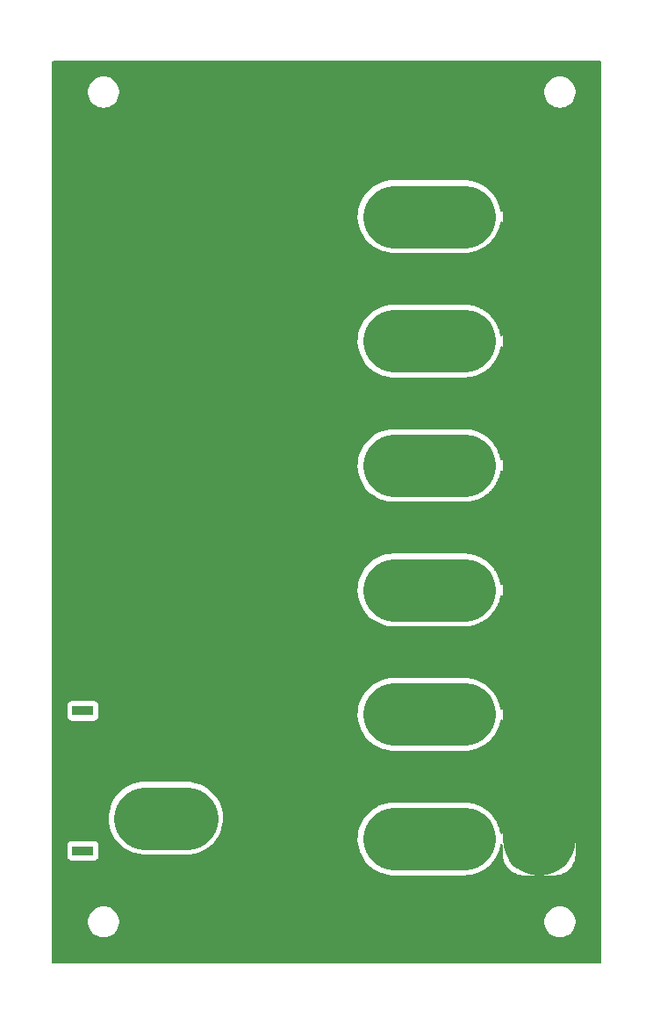
<source format=gbl>
G04 #@! TF.GenerationSoftware,KiCad,Pcbnew,7.0.1*
G04 #@! TF.CreationDate,2023-04-21T09:31:29-07:00*
G04 #@! TF.ProjectId,xt60_array,78743630-5f61-4727-9261-792e6b696361,rev?*
G04 #@! TF.SameCoordinates,Original*
G04 #@! TF.FileFunction,Copper,L2,Bot*
G04 #@! TF.FilePolarity,Positive*
%FSLAX46Y46*%
G04 Gerber Fmt 4.6, Leading zero omitted, Abs format (unit mm)*
G04 Created by KiCad (PCBNEW 7.0.1) date 2023-04-21 09:31:29*
%MOMM*%
%LPD*%
G01*
G04 APERTURE LIST*
G04 Aperture macros list*
%AMRoundRect*
0 Rectangle with rounded corners*
0 $1 Rounding radius*
0 $2 $3 $4 $5 $6 $7 $8 $9 X,Y pos of 4 corners*
0 Add a 4 corners polygon primitive as box body*
4,1,4,$2,$3,$4,$5,$6,$7,$8,$9,$2,$3,0*
0 Add four circle primitives for the rounded corners*
1,1,$1+$1,$2,$3*
1,1,$1+$1,$4,$5*
1,1,$1+$1,$6,$7*
1,1,$1+$1,$8,$9*
0 Add four rect primitives between the rounded corners*
20,1,$1+$1,$2,$3,$4,$5,0*
20,1,$1+$1,$4,$5,$6,$7,0*
20,1,$1+$1,$6,$7,$8,$9,0*
20,1,$1+$1,$8,$9,$2,$3,0*%
G04 Aperture macros list end*
G04 #@! TA.AperFunction,ComponentPad*
%ADD10RoundRect,1.500000X1.500000X1.500000X-1.500000X1.500000X-1.500000X-1.500000X1.500000X-1.500000X0*%
G04 #@! TD*
G04 #@! TA.AperFunction,ComponentPad*
%ADD11C,6.000000*%
G04 #@! TD*
G04 #@! TA.AperFunction,ComponentPad*
%ADD12R,2.000000X0.900000*%
G04 #@! TD*
G04 #@! TA.AperFunction,ComponentPad*
%ADD13RoundRect,1.025000X1.025000X-1.025000X1.025000X1.025000X-1.025000X1.025000X-1.025000X-1.025000X0*%
G04 #@! TD*
G04 #@! TA.AperFunction,ComponentPad*
%ADD14C,4.100000*%
G04 #@! TD*
G04 #@! TA.AperFunction,ViaPad*
%ADD15C,2.000000*%
G04 #@! TD*
G04 #@! TA.AperFunction,ViaPad*
%ADD16C,3.000000*%
G04 #@! TD*
G04 #@! TA.AperFunction,Conductor*
%ADD17C,6.000000*%
G04 #@! TD*
G04 #@! TA.AperFunction,Conductor*
%ADD18C,7.000000*%
G04 #@! TD*
G04 APERTURE END LIST*
D10*
X189000000Y-104000000D03*
D11*
X181800000Y-104000000D03*
D10*
X189000000Y-92000000D03*
D11*
X181800000Y-92000000D03*
D10*
X189000000Y-68000000D03*
D11*
X181800000Y-68000000D03*
D12*
X145000000Y-129150000D03*
X145000000Y-115650000D03*
D13*
X151000000Y-118800000D03*
D14*
X151000000Y-126000000D03*
D10*
X189000000Y-80000000D03*
D11*
X181800000Y-80000000D03*
D10*
X189000000Y-116000000D03*
D11*
X181800000Y-116000000D03*
D10*
X189000000Y-128000000D03*
D11*
X181800000Y-128000000D03*
D15*
X155000000Y-126000000D03*
D16*
X175000000Y-128000000D03*
X175000000Y-68000000D03*
X175000000Y-80000000D03*
X175000000Y-92000000D03*
X175000000Y-104000000D03*
X175000000Y-116000000D03*
D15*
X189000000Y-86000000D03*
X152000000Y-61000000D03*
X151000000Y-99000000D03*
X189000000Y-122000000D03*
X189000000Y-74000000D03*
X151000000Y-89000000D03*
X169000000Y-57000000D03*
X151000000Y-70000000D03*
X178000000Y-57000000D03*
X151000000Y-80000000D03*
X185000000Y-61000000D03*
X160000000Y-57000000D03*
X189000000Y-110000000D03*
X151000000Y-108000000D03*
X189000000Y-98000000D03*
D17*
X151000000Y-126000000D02*
X155000000Y-126000000D01*
X181800000Y-128000000D02*
X175000000Y-128000000D01*
X181800000Y-68000000D02*
X175000000Y-68000000D01*
X181800000Y-80000000D02*
X175000000Y-80000000D01*
X181800000Y-92000000D02*
X175000000Y-92000000D01*
X181800000Y-104000000D02*
X175000000Y-104000000D01*
X181800000Y-116000000D02*
X175000000Y-116000000D01*
D18*
X189000000Y-122000000D02*
X189000000Y-110000000D01*
X189000000Y-128000000D02*
X189000000Y-122000000D01*
X189000000Y-110000000D02*
X189000000Y-98000000D01*
X151000000Y-80000000D02*
X151000000Y-89000000D01*
X189000000Y-86000000D02*
X189000000Y-74000000D01*
X189000000Y-98000000D02*
X189000000Y-86000000D01*
X151000000Y-118800000D02*
X151000000Y-99000000D01*
X151000000Y-89000000D02*
X151000000Y-99000000D01*
X152000000Y-61000000D02*
X151000000Y-62000000D01*
X156000000Y-57000000D02*
X152000000Y-61000000D01*
X151000000Y-70000000D02*
X151000000Y-80000000D01*
X169000000Y-57000000D02*
X160000000Y-57000000D01*
X189000000Y-65000000D02*
X185000000Y-61000000D01*
X185000000Y-61000000D02*
X181000000Y-57000000D01*
X160000000Y-57000000D02*
X156000000Y-57000000D01*
X189000000Y-74000000D02*
X189000000Y-65000000D01*
X181000000Y-57000000D02*
X178000000Y-57000000D01*
X178000000Y-57000000D02*
X169000000Y-57000000D01*
X151000000Y-62000000D02*
X151000000Y-70000000D01*
G04 #@! TA.AperFunction,Conductor*
G36*
X194937500Y-53017113D02*
G01*
X194982887Y-53062500D01*
X194999500Y-53124500D01*
X194999500Y-139875500D01*
X194982887Y-139937500D01*
X194937500Y-139982887D01*
X194875500Y-139999500D01*
X142124500Y-139999500D01*
X142062500Y-139982887D01*
X142017113Y-139937500D01*
X142000500Y-139875500D01*
X142000500Y-136124335D01*
X145499500Y-136124335D01*
X145540429Y-136369614D01*
X145621172Y-136604810D01*
X145739526Y-136823509D01*
X145739529Y-136823514D01*
X145875036Y-136997612D01*
X145892262Y-137019744D01*
X146075215Y-137188164D01*
X146283393Y-137324173D01*
X146511119Y-137424063D01*
X146752179Y-137485108D01*
X146826480Y-137491264D01*
X146937927Y-137500500D01*
X146937933Y-137500500D01*
X147062067Y-137500500D01*
X147062073Y-137500500D01*
X147163387Y-137492104D01*
X147247821Y-137485108D01*
X147488881Y-137424063D01*
X147716607Y-137324173D01*
X147924785Y-137188164D01*
X148107738Y-137019744D01*
X148260474Y-136823509D01*
X148378828Y-136604810D01*
X148459571Y-136369614D01*
X148500500Y-136124335D01*
X189499500Y-136124335D01*
X189540429Y-136369614D01*
X189621172Y-136604810D01*
X189739526Y-136823509D01*
X189739529Y-136823514D01*
X189875036Y-136997612D01*
X189892262Y-137019744D01*
X190075215Y-137188164D01*
X190283393Y-137324173D01*
X190511119Y-137424063D01*
X190752179Y-137485108D01*
X190826480Y-137491264D01*
X190937927Y-137500500D01*
X190937933Y-137500500D01*
X191062067Y-137500500D01*
X191062073Y-137500500D01*
X191163387Y-137492104D01*
X191247821Y-137485108D01*
X191488881Y-137424063D01*
X191716607Y-137324173D01*
X191924785Y-137188164D01*
X192107738Y-137019744D01*
X192260474Y-136823509D01*
X192378828Y-136604810D01*
X192459571Y-136369614D01*
X192500500Y-136124335D01*
X192500500Y-135875665D01*
X192459571Y-135630386D01*
X192378828Y-135395190D01*
X192260474Y-135176491D01*
X192260471Y-135176487D01*
X192260470Y-135176485D01*
X192107740Y-134980259D01*
X192107738Y-134980256D01*
X191924785Y-134811836D01*
X191716607Y-134675827D01*
X191716604Y-134675825D01*
X191591523Y-134620960D01*
X191488881Y-134575937D01*
X191247821Y-134514892D01*
X191247819Y-134514891D01*
X191247816Y-134514891D01*
X191062073Y-134499500D01*
X191062067Y-134499500D01*
X190937933Y-134499500D01*
X190937927Y-134499500D01*
X190752183Y-134514891D01*
X190752179Y-134514891D01*
X190752179Y-134514892D01*
X190511119Y-134575937D01*
X190511116Y-134575938D01*
X190511117Y-134575938D01*
X190283395Y-134675825D01*
X190144607Y-134766499D01*
X190075215Y-134811836D01*
X190075213Y-134811837D01*
X190075214Y-134811837D01*
X189892259Y-134980259D01*
X189739529Y-135176485D01*
X189621170Y-135395194D01*
X189540429Y-135630384D01*
X189540429Y-135630386D01*
X189499500Y-135875665D01*
X189499500Y-136124335D01*
X148500500Y-136124335D01*
X148500500Y-135875665D01*
X148459571Y-135630386D01*
X148378828Y-135395190D01*
X148260474Y-135176491D01*
X148260471Y-135176487D01*
X148260470Y-135176485D01*
X148107740Y-134980259D01*
X148107738Y-134980256D01*
X147924785Y-134811836D01*
X147716607Y-134675827D01*
X147716604Y-134675825D01*
X147591523Y-134620960D01*
X147488881Y-134575937D01*
X147247821Y-134514892D01*
X147247819Y-134514891D01*
X147247816Y-134514891D01*
X147062073Y-134499500D01*
X147062067Y-134499500D01*
X146937933Y-134499500D01*
X146937927Y-134499500D01*
X146752183Y-134514891D01*
X146752179Y-134514891D01*
X146752179Y-134514892D01*
X146511119Y-134575937D01*
X146511116Y-134575938D01*
X146511117Y-134575938D01*
X146283395Y-134675825D01*
X146144607Y-134766499D01*
X146075215Y-134811836D01*
X146075213Y-134811837D01*
X146075214Y-134811837D01*
X145892259Y-134980259D01*
X145739529Y-135176485D01*
X145621170Y-135395194D01*
X145540429Y-135630384D01*
X145540429Y-135630386D01*
X145499500Y-135875665D01*
X145499500Y-136124335D01*
X142000500Y-136124335D01*
X142000500Y-129647869D01*
X143499500Y-129647869D01*
X143504952Y-129698578D01*
X143505909Y-129707483D01*
X143556204Y-129842331D01*
X143642454Y-129957546D01*
X143757669Y-130043796D01*
X143892517Y-130094091D01*
X143952127Y-130100500D01*
X146047872Y-130100499D01*
X146107483Y-130094091D01*
X146242331Y-130043796D01*
X146357546Y-129957546D01*
X146443796Y-129842331D01*
X146494091Y-129707483D01*
X146500500Y-129647873D01*
X146500499Y-128652128D01*
X146494091Y-128592517D01*
X146443796Y-128457669D01*
X146357546Y-128342454D01*
X146242331Y-128256204D01*
X146107483Y-128205909D01*
X146047873Y-128199500D01*
X146047869Y-128199500D01*
X143952130Y-128199500D01*
X143892515Y-128205909D01*
X143757669Y-128256204D01*
X143642454Y-128342454D01*
X143556204Y-128457668D01*
X143505909Y-128592516D01*
X143499500Y-128652130D01*
X143499500Y-129647869D01*
X142000500Y-129647869D01*
X142000500Y-126093317D01*
X147495774Y-126093317D01*
X147525545Y-126465265D01*
X147594684Y-126831941D01*
X147612171Y-126889936D01*
X147702403Y-127189186D01*
X147847490Y-127532967D01*
X148028292Y-127859371D01*
X148242772Y-128164718D01*
X148488481Y-128445522D01*
X148488484Y-128445525D01*
X148595351Y-128544180D01*
X148762659Y-128698632D01*
X149062169Y-128921150D01*
X149062175Y-128921153D01*
X149062177Y-128921155D01*
X149383655Y-129110584D01*
X149383657Y-129110585D01*
X149723449Y-129264770D01*
X149914833Y-129328083D01*
X150077702Y-129381963D01*
X150442408Y-129460838D01*
X150813431Y-129500500D01*
X155093213Y-129500500D01*
X155093218Y-129500500D01*
X155326042Y-129488090D01*
X155372608Y-129485609D01*
X155740995Y-129426256D01*
X156100986Y-129328083D01*
X156448502Y-129192201D01*
X156779606Y-129020150D01*
X157090547Y-128813880D01*
X157377800Y-128575727D01*
X157638113Y-128308391D01*
X157806968Y-128093317D01*
X171495774Y-128093317D01*
X171525545Y-128465265D01*
X171591278Y-128813880D01*
X171594685Y-128831944D01*
X171678702Y-129110584D01*
X171702405Y-129189191D01*
X171734302Y-129264770D01*
X171847490Y-129532967D01*
X172028292Y-129859371D01*
X172242772Y-130164718D01*
X172488481Y-130445522D01*
X172762659Y-130698632D01*
X173062169Y-130921150D01*
X173062175Y-130921153D01*
X173062177Y-130921155D01*
X173383655Y-131110584D01*
X173383657Y-131110585D01*
X173723449Y-131264770D01*
X173914833Y-131328083D01*
X174077702Y-131381963D01*
X174442408Y-131460838D01*
X174813431Y-131500500D01*
X181705086Y-131500500D01*
X181711575Y-131500670D01*
X181715438Y-131500872D01*
X181800000Y-131505304D01*
X181884561Y-131500872D01*
X181888425Y-131500670D01*
X181891576Y-131500587D01*
X181893208Y-131500500D01*
X181893213Y-131500500D01*
X181984132Y-131495654D01*
X182166404Y-131486102D01*
X182166412Y-131486100D01*
X182171062Y-131485857D01*
X182172597Y-131485609D01*
X182172608Y-131485609D01*
X182351871Y-131456726D01*
X182528794Y-131428705D01*
X182528800Y-131428703D01*
X182530349Y-131428458D01*
X182539572Y-131426485D01*
X182540995Y-131426256D01*
X182713134Y-131379311D01*
X182713514Y-131379208D01*
X182883199Y-131333742D01*
X182884665Y-131333178D01*
X182896479Y-131329312D01*
X182898357Y-131328799D01*
X182900986Y-131328083D01*
X183064432Y-131264173D01*
X183064639Y-131264093D01*
X183225736Y-131202255D01*
X183230027Y-131200068D01*
X183241137Y-131195080D01*
X183248502Y-131192201D01*
X183401250Y-131112827D01*
X183401861Y-131112513D01*
X183552652Y-131035682D01*
X183559380Y-131031312D01*
X183569717Y-131025287D01*
X183579606Y-131020150D01*
X183720480Y-130926697D01*
X183721144Y-130926261D01*
X183860366Y-130835851D01*
X183869102Y-130828775D01*
X183878585Y-130821814D01*
X183890547Y-130813880D01*
X184018074Y-130708149D01*
X184019123Y-130707291D01*
X184048515Y-130683489D01*
X184145506Y-130604949D01*
X184155741Y-130594712D01*
X184164268Y-130586944D01*
X184177800Y-130575727D01*
X184291145Y-130459322D01*
X184292233Y-130458221D01*
X184404944Y-130345511D01*
X184404944Y-130345510D01*
X184404949Y-130345506D01*
X184416081Y-130331757D01*
X184423609Y-130323285D01*
X184438113Y-130308391D01*
X184536451Y-130183134D01*
X184537541Y-130181766D01*
X184635851Y-130060366D01*
X184647245Y-130042819D01*
X184653709Y-130033781D01*
X184668534Y-130014899D01*
X184751336Y-129882561D01*
X184752323Y-129881012D01*
X184835682Y-129752652D01*
X184846639Y-129731146D01*
X184851999Y-129721678D01*
X184866454Y-129698578D01*
X184933295Y-129561117D01*
X184934256Y-129559186D01*
X185002255Y-129425736D01*
X185012064Y-129400179D01*
X185016306Y-129390409D01*
X185029630Y-129363011D01*
X185080358Y-129222340D01*
X185081241Y-129219966D01*
X185091899Y-129192201D01*
X185133742Y-129083199D01*
X185141660Y-129053642D01*
X185144785Y-129043684D01*
X185153273Y-129020150D01*
X185156212Y-129012000D01*
X185190960Y-128869762D01*
X185191610Y-128867229D01*
X185228704Y-128728798D01*
X185228705Y-128728794D01*
X185233996Y-128695385D01*
X185236005Y-128685388D01*
X185242482Y-128658879D01*
X185244768Y-128649525D01*
X185253097Y-128587325D01*
X185276136Y-128530275D01*
X185323761Y-128491323D01*
X185384247Y-128480057D01*
X185442702Y-128499251D01*
X185484736Y-128544180D01*
X185500000Y-128603782D01*
X185500000Y-129571435D01*
X185515300Y-129785357D01*
X185576111Y-130064902D01*
X185676088Y-130332952D01*
X185813193Y-130584041D01*
X185984642Y-130813069D01*
X186186930Y-131015357D01*
X186415958Y-131186806D01*
X186667047Y-131323911D01*
X186935097Y-131423888D01*
X187214642Y-131484699D01*
X187428565Y-131500000D01*
X188750000Y-131500000D01*
X188750000Y-128250000D01*
X189250000Y-128250000D01*
X189250000Y-131500000D01*
X190571435Y-131500000D01*
X190785357Y-131484699D01*
X191064902Y-131423888D01*
X191332952Y-131323911D01*
X191584041Y-131186806D01*
X191813069Y-131015357D01*
X192015357Y-130813069D01*
X192186806Y-130584041D01*
X192323911Y-130332952D01*
X192423888Y-130064902D01*
X192484699Y-129785357D01*
X192500000Y-129571435D01*
X192500000Y-128250000D01*
X189250000Y-128250000D01*
X188750000Y-128250000D01*
X188750000Y-124500000D01*
X189250000Y-124500000D01*
X189250000Y-127750000D01*
X192500000Y-127750000D01*
X192500000Y-126428565D01*
X192484699Y-126214642D01*
X192423888Y-125935097D01*
X192323911Y-125667047D01*
X192186806Y-125415958D01*
X192015357Y-125186930D01*
X191813069Y-124984642D01*
X191584041Y-124813193D01*
X191332952Y-124676088D01*
X191064902Y-124576111D01*
X190785357Y-124515300D01*
X190571435Y-124500000D01*
X189250000Y-124500000D01*
X188750000Y-124500000D01*
X187428565Y-124500000D01*
X187214642Y-124515300D01*
X186935097Y-124576111D01*
X186667047Y-124676088D01*
X186415958Y-124813193D01*
X186186930Y-124984642D01*
X185984642Y-125186930D01*
X185813193Y-125415958D01*
X185676088Y-125667047D01*
X185576111Y-125935097D01*
X185515300Y-126214642D01*
X185500000Y-126428565D01*
X185500000Y-127404059D01*
X185485261Y-127462694D01*
X185444548Y-127507390D01*
X185387539Y-127527521D01*
X185327787Y-127518302D01*
X185279496Y-127481924D01*
X185254147Y-127427036D01*
X185249718Y-127403548D01*
X185249108Y-127400030D01*
X185228705Y-127271206D01*
X185216611Y-127226074D01*
X185214540Y-127216984D01*
X185209299Y-127189186D01*
X185205316Y-127168059D01*
X185167702Y-127043317D01*
X185166672Y-127039701D01*
X185133742Y-126916801D01*
X185115851Y-126870193D01*
X185112901Y-126861570D01*
X185109655Y-126850807D01*
X185097595Y-126810809D01*
X185048189Y-126693746D01*
X185046698Y-126690045D01*
X185002255Y-126574264D01*
X184978121Y-126526900D01*
X184974382Y-126518860D01*
X184952510Y-126467033D01*
X184931201Y-126428565D01*
X184892512Y-126358720D01*
X184890497Y-126354929D01*
X184835684Y-126247352D01*
X184835682Y-126247348D01*
X184804990Y-126200087D01*
X184800517Y-126192639D01*
X184792824Y-126178752D01*
X184771706Y-126140626D01*
X184702367Y-126041910D01*
X184699842Y-126038172D01*
X184635853Y-125939636D01*
X184598353Y-125893328D01*
X184593256Y-125886574D01*
X184557231Y-125835287D01*
X184479909Y-125746920D01*
X184476888Y-125743331D01*
X184404949Y-125654494D01*
X184360545Y-125610090D01*
X184354907Y-125604064D01*
X184311518Y-125554477D01*
X184227616Y-125477022D01*
X184224046Y-125473591D01*
X184145508Y-125395053D01*
X184094202Y-125353506D01*
X184088127Y-125348252D01*
X184037343Y-125301370D01*
X183948285Y-125235205D01*
X183944200Y-125232036D01*
X183887498Y-125186120D01*
X183860366Y-125164149D01*
X183860364Y-125164148D01*
X183860362Y-125164146D01*
X183802292Y-125126435D01*
X183795888Y-125121984D01*
X183737823Y-125078845D01*
X183737818Y-125078841D01*
X183644986Y-125024140D01*
X183640402Y-125021303D01*
X183552656Y-124964319D01*
X183502487Y-124938757D01*
X183488080Y-124931416D01*
X183481432Y-124927768D01*
X183416345Y-124889415D01*
X183321186Y-124846235D01*
X183316131Y-124843802D01*
X183225739Y-124797746D01*
X183155077Y-124770621D01*
X183148277Y-124767776D01*
X183076550Y-124735229D01*
X182980384Y-124703416D01*
X182974893Y-124701455D01*
X182883197Y-124666256D01*
X182806986Y-124645835D01*
X182800136Y-124643787D01*
X182768130Y-124633199D01*
X182722298Y-124618037D01*
X182722295Y-124618036D01*
X182722294Y-124618036D01*
X182626426Y-124597302D01*
X182620545Y-124595879D01*
X182528791Y-124571293D01*
X182447694Y-124558449D01*
X182440882Y-124557174D01*
X182357591Y-124539161D01*
X182263259Y-124529077D01*
X182257043Y-124528253D01*
X182166407Y-124513898D01*
X182081197Y-124509432D01*
X182074508Y-124508900D01*
X182038257Y-124505025D01*
X181986569Y-124499500D01*
X181986567Y-124499500D01*
X181894914Y-124499500D01*
X181888425Y-124499330D01*
X181800000Y-124494696D01*
X181711575Y-124499330D01*
X181705086Y-124499500D01*
X174906782Y-124499500D01*
X174627392Y-124514390D01*
X174259005Y-124573743D01*
X173899017Y-124671916D01*
X173551500Y-124807798D01*
X173551498Y-124807798D01*
X173551498Y-124807799D01*
X173220394Y-124979850D01*
X173220391Y-124979851D01*
X173220389Y-124979853D01*
X172909454Y-125186118D01*
X172622199Y-125424274D01*
X172361884Y-125691611D01*
X172131466Y-125985099D01*
X171933547Y-126301418D01*
X171770368Y-126636990D01*
X171643787Y-126988000D01*
X171555232Y-127350473D01*
X171530558Y-127534735D01*
X171505707Y-127720312D01*
X171495774Y-128093317D01*
X157806968Y-128093317D01*
X157868534Y-128014899D01*
X158066454Y-127698578D01*
X158229630Y-127363011D01*
X158234151Y-127350476D01*
X158299934Y-127168059D01*
X158356212Y-127012000D01*
X158444768Y-126649524D01*
X158494293Y-126279688D01*
X158504226Y-125906683D01*
X158474455Y-125534735D01*
X158405316Y-125168059D01*
X158297595Y-124810809D01*
X158152510Y-124467033D01*
X157971706Y-124140626D01*
X157757231Y-123835287D01*
X157757227Y-123835281D01*
X157511518Y-123554477D01*
X157237340Y-123301367D01*
X156937830Y-123078849D01*
X156616342Y-122889414D01*
X156276550Y-122735229D01*
X155922300Y-122618037D01*
X155557595Y-122539162D01*
X155398582Y-122522164D01*
X155186569Y-122499500D01*
X150906787Y-122499500D01*
X150906782Y-122499500D01*
X150627392Y-122514390D01*
X150259005Y-122573743D01*
X149899017Y-122671916D01*
X149551500Y-122807798D01*
X149551498Y-122807798D01*
X149551498Y-122807799D01*
X149220394Y-122979850D01*
X149220391Y-122979851D01*
X149220389Y-122979853D01*
X148909454Y-123186118D01*
X148622199Y-123424274D01*
X148361884Y-123691611D01*
X148131466Y-123985099D01*
X147933547Y-124301418D01*
X147770368Y-124636990D01*
X147643787Y-124988000D01*
X147555232Y-125350473D01*
X147505707Y-125720312D01*
X147497192Y-126040084D01*
X147495774Y-126093317D01*
X142000500Y-126093317D01*
X142000500Y-119050000D01*
X148450000Y-119050000D01*
X148450000Y-119895267D01*
X148460216Y-120039963D01*
X148514313Y-120280167D01*
X148606243Y-120508582D01*
X148733624Y-120719295D01*
X148893153Y-120906846D01*
X149080704Y-121066375D01*
X149291417Y-121193756D01*
X149519832Y-121285686D01*
X149760036Y-121339783D01*
X149904733Y-121350000D01*
X150750000Y-121350000D01*
X150750000Y-119050000D01*
X151250000Y-119050000D01*
X151250000Y-121350000D01*
X152095267Y-121350000D01*
X152239963Y-121339783D01*
X152480167Y-121285686D01*
X152708582Y-121193756D01*
X152919295Y-121066375D01*
X153106846Y-120906846D01*
X153266375Y-120719295D01*
X153393756Y-120508582D01*
X153485686Y-120280167D01*
X153539783Y-120039963D01*
X153550000Y-119895267D01*
X153550000Y-119050000D01*
X151250000Y-119050000D01*
X150750000Y-119050000D01*
X148450000Y-119050000D01*
X142000500Y-119050000D01*
X142000500Y-118550000D01*
X148450000Y-118550000D01*
X150750000Y-118550000D01*
X150750000Y-116250000D01*
X151250000Y-116250000D01*
X151250000Y-118550000D01*
X153550000Y-118550000D01*
X153550000Y-117704733D01*
X153539783Y-117560036D01*
X153485686Y-117319832D01*
X153393756Y-117091417D01*
X153266375Y-116880704D01*
X153106846Y-116693153D01*
X152919295Y-116533624D01*
X152708582Y-116406243D01*
X152480167Y-116314313D01*
X152239963Y-116260216D01*
X152095267Y-116250000D01*
X151250000Y-116250000D01*
X150750000Y-116250000D01*
X149904733Y-116250000D01*
X149760036Y-116260216D01*
X149519832Y-116314313D01*
X149291417Y-116406243D01*
X149080704Y-116533624D01*
X148893153Y-116693153D01*
X148733624Y-116880704D01*
X148606243Y-117091417D01*
X148514313Y-117319832D01*
X148460216Y-117560036D01*
X148450000Y-117704733D01*
X148450000Y-118550000D01*
X142000500Y-118550000D01*
X142000500Y-116147869D01*
X143499500Y-116147869D01*
X143505909Y-116207483D01*
X143556204Y-116342331D01*
X143642454Y-116457546D01*
X143757669Y-116543796D01*
X143892517Y-116594091D01*
X143952127Y-116600500D01*
X146047872Y-116600499D01*
X146107483Y-116594091D01*
X146242331Y-116543796D01*
X146357546Y-116457546D01*
X146443796Y-116342331D01*
X146494091Y-116207483D01*
X146500500Y-116147873D01*
X146500500Y-116093317D01*
X171495774Y-116093317D01*
X171525545Y-116465265D01*
X171560288Y-116649525D01*
X171594685Y-116831944D01*
X171702403Y-117189186D01*
X171847490Y-117532967D01*
X172028292Y-117859371D01*
X172242772Y-118164718D01*
X172488481Y-118445522D01*
X172762659Y-118698632D01*
X173062169Y-118921150D01*
X173062175Y-118921153D01*
X173062177Y-118921155D01*
X173280839Y-119050000D01*
X173383657Y-119110585D01*
X173723449Y-119264770D01*
X173914833Y-119328083D01*
X174077702Y-119381963D01*
X174442408Y-119460838D01*
X174813431Y-119500500D01*
X181705086Y-119500500D01*
X181711575Y-119500670D01*
X181715438Y-119500872D01*
X181800000Y-119505304D01*
X181884561Y-119500872D01*
X181888425Y-119500670D01*
X181891576Y-119500587D01*
X181893208Y-119500500D01*
X181893213Y-119500500D01*
X181984132Y-119495654D01*
X182166404Y-119486102D01*
X182166412Y-119486100D01*
X182171062Y-119485857D01*
X182172597Y-119485609D01*
X182172608Y-119485609D01*
X182351871Y-119456726D01*
X182528794Y-119428705D01*
X182528800Y-119428703D01*
X182530349Y-119428458D01*
X182539572Y-119426485D01*
X182540995Y-119426256D01*
X182713134Y-119379311D01*
X182713514Y-119379208D01*
X182883199Y-119333742D01*
X182884665Y-119333178D01*
X182896479Y-119329312D01*
X182898357Y-119328799D01*
X182900986Y-119328083D01*
X183064432Y-119264173D01*
X183064639Y-119264093D01*
X183225736Y-119202255D01*
X183230027Y-119200068D01*
X183241137Y-119195080D01*
X183248502Y-119192201D01*
X183401250Y-119112827D01*
X183401861Y-119112513D01*
X183552652Y-119035682D01*
X183559380Y-119031312D01*
X183569717Y-119025287D01*
X183579606Y-119020150D01*
X183720480Y-118926697D01*
X183721144Y-118926261D01*
X183860366Y-118835851D01*
X183869102Y-118828775D01*
X183878585Y-118821814D01*
X183890547Y-118813880D01*
X184018074Y-118708149D01*
X184019123Y-118707291D01*
X184048515Y-118683489D01*
X184145506Y-118604949D01*
X184155741Y-118594712D01*
X184164268Y-118586944D01*
X184177800Y-118575727D01*
X184291145Y-118459322D01*
X184292233Y-118458221D01*
X184404944Y-118345511D01*
X184404944Y-118345510D01*
X184404949Y-118345506D01*
X184416081Y-118331757D01*
X184423609Y-118323285D01*
X184438113Y-118308391D01*
X184536451Y-118183134D01*
X184537541Y-118181766D01*
X184635851Y-118060366D01*
X184647245Y-118042819D01*
X184653709Y-118033781D01*
X184668534Y-118014899D01*
X184751336Y-117882561D01*
X184752323Y-117881012D01*
X184835682Y-117752652D01*
X184846639Y-117731146D01*
X184851999Y-117721678D01*
X184866454Y-117698578D01*
X184933295Y-117561117D01*
X184934256Y-117559186D01*
X185002255Y-117425736D01*
X185012064Y-117400179D01*
X185016306Y-117390409D01*
X185029630Y-117363011D01*
X185080358Y-117222340D01*
X185081241Y-117219966D01*
X185133742Y-117083199D01*
X185141660Y-117053642D01*
X185144785Y-117043684D01*
X185156211Y-117012002D01*
X185156212Y-117012000D01*
X185190960Y-116869762D01*
X185191610Y-116867229D01*
X185228704Y-116728798D01*
X185228705Y-116728794D01*
X185233996Y-116695385D01*
X185236005Y-116685388D01*
X185244768Y-116649524D01*
X185253096Y-116587325D01*
X185276136Y-116530275D01*
X185323761Y-116491323D01*
X185384247Y-116480057D01*
X185442702Y-116499251D01*
X185484736Y-116544180D01*
X185500000Y-116603782D01*
X185500000Y-117571435D01*
X185515300Y-117785357D01*
X185576111Y-118064902D01*
X185676088Y-118332952D01*
X185813193Y-118584041D01*
X185984642Y-118813069D01*
X186186930Y-119015357D01*
X186415958Y-119186806D01*
X186667047Y-119323911D01*
X186935097Y-119423888D01*
X187214642Y-119484699D01*
X187428565Y-119500000D01*
X188750000Y-119500000D01*
X188750000Y-116250000D01*
X189250000Y-116250000D01*
X189250000Y-119500000D01*
X190571435Y-119500000D01*
X190785357Y-119484699D01*
X191064902Y-119423888D01*
X191332952Y-119323911D01*
X191584041Y-119186806D01*
X191813069Y-119015357D01*
X192015357Y-118813069D01*
X192186806Y-118584041D01*
X192323911Y-118332952D01*
X192423888Y-118064902D01*
X192484699Y-117785357D01*
X192500000Y-117571435D01*
X192500000Y-116250000D01*
X189250000Y-116250000D01*
X188750000Y-116250000D01*
X188750000Y-112500000D01*
X189250000Y-112500000D01*
X189250000Y-115750000D01*
X192500000Y-115750000D01*
X192500000Y-114428565D01*
X192484699Y-114214642D01*
X192423888Y-113935097D01*
X192323911Y-113667047D01*
X192186806Y-113415958D01*
X192015357Y-113186930D01*
X191813069Y-112984642D01*
X191584041Y-112813193D01*
X191332952Y-112676088D01*
X191064902Y-112576111D01*
X190785357Y-112515300D01*
X190571435Y-112500000D01*
X189250000Y-112500000D01*
X188750000Y-112500000D01*
X187428565Y-112500000D01*
X187214642Y-112515300D01*
X186935097Y-112576111D01*
X186667047Y-112676088D01*
X186415958Y-112813193D01*
X186186930Y-112984642D01*
X185984642Y-113186930D01*
X185813193Y-113415958D01*
X185676088Y-113667047D01*
X185576111Y-113935097D01*
X185515300Y-114214642D01*
X185500000Y-114428565D01*
X185500000Y-115404059D01*
X185485261Y-115462694D01*
X185444548Y-115507390D01*
X185387539Y-115527521D01*
X185327787Y-115518302D01*
X185279496Y-115481924D01*
X185254147Y-115427036D01*
X185249718Y-115403548D01*
X185249108Y-115400030D01*
X185228705Y-115271206D01*
X185216611Y-115226074D01*
X185214540Y-115216984D01*
X185205316Y-115168059D01*
X185167702Y-115043317D01*
X185166672Y-115039701D01*
X185133742Y-114916801D01*
X185115851Y-114870193D01*
X185112901Y-114861570D01*
X185107137Y-114842454D01*
X185097595Y-114810809D01*
X185048189Y-114693746D01*
X185046698Y-114690045D01*
X185002255Y-114574264D01*
X184978121Y-114526900D01*
X184974382Y-114518860D01*
X184952510Y-114467033D01*
X184931201Y-114428565D01*
X184892512Y-114358720D01*
X184890497Y-114354929D01*
X184835684Y-114247352D01*
X184835682Y-114247348D01*
X184804990Y-114200087D01*
X184800517Y-114192639D01*
X184792824Y-114178752D01*
X184771706Y-114140626D01*
X184702367Y-114041910D01*
X184699842Y-114038172D01*
X184635853Y-113939636D01*
X184598353Y-113893328D01*
X184593256Y-113886574D01*
X184557231Y-113835287D01*
X184479909Y-113746920D01*
X184476888Y-113743331D01*
X184415114Y-113667047D01*
X184404949Y-113654494D01*
X184360545Y-113610090D01*
X184354907Y-113604064D01*
X184311518Y-113554477D01*
X184227616Y-113477022D01*
X184224046Y-113473591D01*
X184145508Y-113395053D01*
X184094202Y-113353506D01*
X184088127Y-113348252D01*
X184037343Y-113301370D01*
X183948285Y-113235205D01*
X183944200Y-113232036D01*
X183887498Y-113186120D01*
X183860366Y-113164149D01*
X183860364Y-113164148D01*
X183860362Y-113164146D01*
X183802292Y-113126435D01*
X183795888Y-113121984D01*
X183737823Y-113078845D01*
X183737818Y-113078841D01*
X183644986Y-113024140D01*
X183640402Y-113021303D01*
X183552656Y-112964319D01*
X183502487Y-112938757D01*
X183488080Y-112931416D01*
X183481432Y-112927768D01*
X183416345Y-112889415D01*
X183321186Y-112846235D01*
X183316131Y-112843802D01*
X183225739Y-112797746D01*
X183155077Y-112770621D01*
X183148277Y-112767776D01*
X183076550Y-112735229D01*
X182980384Y-112703416D01*
X182974893Y-112701455D01*
X182883197Y-112666256D01*
X182806986Y-112645835D01*
X182800136Y-112643787D01*
X182768130Y-112633199D01*
X182722298Y-112618037D01*
X182722295Y-112618036D01*
X182722294Y-112618036D01*
X182626426Y-112597302D01*
X182620545Y-112595879D01*
X182528791Y-112571293D01*
X182447694Y-112558449D01*
X182440882Y-112557174D01*
X182357591Y-112539161D01*
X182263259Y-112529077D01*
X182257043Y-112528253D01*
X182166407Y-112513898D01*
X182081197Y-112509432D01*
X182074508Y-112508900D01*
X182038257Y-112505025D01*
X181986569Y-112499500D01*
X181986567Y-112499500D01*
X181894914Y-112499500D01*
X181888425Y-112499330D01*
X181800000Y-112494696D01*
X181711575Y-112499330D01*
X181705086Y-112499500D01*
X174906782Y-112499500D01*
X174627392Y-112514390D01*
X174259005Y-112573743D01*
X173899017Y-112671916D01*
X173551500Y-112807798D01*
X173551498Y-112807798D01*
X173551498Y-112807799D01*
X173220394Y-112979850D01*
X173220391Y-112979851D01*
X173220389Y-112979853D01*
X172909454Y-113186118D01*
X172622199Y-113424274D01*
X172361884Y-113691611D01*
X172131466Y-113985099D01*
X171933547Y-114301418D01*
X171770368Y-114636990D01*
X171643787Y-114988000D01*
X171555232Y-115350473D01*
X171532758Y-115518302D01*
X171505707Y-115720312D01*
X171495774Y-116093317D01*
X146500500Y-116093317D01*
X146500499Y-115152128D01*
X146494091Y-115092517D01*
X146443796Y-114957669D01*
X146357546Y-114842454D01*
X146242331Y-114756204D01*
X146107483Y-114705909D01*
X146047873Y-114699500D01*
X146047869Y-114699500D01*
X143952130Y-114699500D01*
X143892515Y-114705909D01*
X143757669Y-114756204D01*
X143642454Y-114842454D01*
X143556204Y-114957668D01*
X143505909Y-115092516D01*
X143499500Y-115152130D01*
X143499500Y-116147869D01*
X142000500Y-116147869D01*
X142000500Y-104093317D01*
X171495774Y-104093317D01*
X171525545Y-104465265D01*
X171560288Y-104649525D01*
X171594685Y-104831944D01*
X171702403Y-105189186D01*
X171847490Y-105532967D01*
X172028292Y-105859371D01*
X172242772Y-106164718D01*
X172488481Y-106445522D01*
X172762659Y-106698632D01*
X173062169Y-106921150D01*
X173062175Y-106921153D01*
X173062177Y-106921155D01*
X173383655Y-107110584D01*
X173383657Y-107110585D01*
X173723449Y-107264770D01*
X173914833Y-107328083D01*
X174077702Y-107381963D01*
X174442408Y-107460838D01*
X174813431Y-107500500D01*
X181705086Y-107500500D01*
X181711575Y-107500670D01*
X181715438Y-107500872D01*
X181800000Y-107505304D01*
X181884561Y-107500872D01*
X181888425Y-107500670D01*
X181891576Y-107500587D01*
X181893208Y-107500500D01*
X181893213Y-107500500D01*
X181984132Y-107495654D01*
X182166404Y-107486102D01*
X182166412Y-107486100D01*
X182171062Y-107485857D01*
X182172597Y-107485609D01*
X182172608Y-107485609D01*
X182351871Y-107456726D01*
X182528794Y-107428705D01*
X182528800Y-107428703D01*
X182530349Y-107428458D01*
X182539572Y-107426485D01*
X182540995Y-107426256D01*
X182713134Y-107379311D01*
X182713514Y-107379208D01*
X182883199Y-107333742D01*
X182884665Y-107333178D01*
X182896479Y-107329312D01*
X182898357Y-107328799D01*
X182900986Y-107328083D01*
X183064432Y-107264173D01*
X183064639Y-107264093D01*
X183225736Y-107202255D01*
X183230027Y-107200068D01*
X183241137Y-107195080D01*
X183248502Y-107192201D01*
X183401250Y-107112827D01*
X183401861Y-107112513D01*
X183552652Y-107035682D01*
X183559380Y-107031312D01*
X183569717Y-107025287D01*
X183579606Y-107020150D01*
X183720480Y-106926697D01*
X183721144Y-106926261D01*
X183860366Y-106835851D01*
X183869102Y-106828775D01*
X183878585Y-106821814D01*
X183890547Y-106813880D01*
X184018074Y-106708149D01*
X184019123Y-106707291D01*
X184048515Y-106683489D01*
X184145506Y-106604949D01*
X184155741Y-106594712D01*
X184164268Y-106586944D01*
X184177800Y-106575727D01*
X184291145Y-106459322D01*
X184292233Y-106458221D01*
X184404944Y-106345511D01*
X184404944Y-106345510D01*
X184404949Y-106345506D01*
X184416081Y-106331757D01*
X184423609Y-106323285D01*
X184438113Y-106308391D01*
X184536451Y-106183134D01*
X184537541Y-106181766D01*
X184635851Y-106060366D01*
X184647245Y-106042819D01*
X184653709Y-106033781D01*
X184668534Y-106014899D01*
X184751336Y-105882561D01*
X184752323Y-105881012D01*
X184835682Y-105752652D01*
X184846639Y-105731146D01*
X184851999Y-105721678D01*
X184866454Y-105698578D01*
X184933295Y-105561117D01*
X184934256Y-105559186D01*
X185002255Y-105425736D01*
X185012064Y-105400179D01*
X185016306Y-105390409D01*
X185029630Y-105363011D01*
X185080358Y-105222340D01*
X185081241Y-105219966D01*
X185133742Y-105083199D01*
X185141660Y-105053642D01*
X185144785Y-105043684D01*
X185156211Y-105012002D01*
X185156212Y-105012000D01*
X185190960Y-104869762D01*
X185191610Y-104867229D01*
X185228704Y-104728798D01*
X185228705Y-104728794D01*
X185233996Y-104695385D01*
X185236005Y-104685388D01*
X185244768Y-104649524D01*
X185253096Y-104587325D01*
X185276136Y-104530275D01*
X185323761Y-104491323D01*
X185384247Y-104480057D01*
X185442702Y-104499251D01*
X185484736Y-104544180D01*
X185500000Y-104603782D01*
X185500000Y-105571435D01*
X185515300Y-105785357D01*
X185576111Y-106064902D01*
X185676088Y-106332952D01*
X185813193Y-106584041D01*
X185984642Y-106813069D01*
X186186930Y-107015357D01*
X186415958Y-107186806D01*
X186667047Y-107323911D01*
X186935097Y-107423888D01*
X187214642Y-107484699D01*
X187428565Y-107500000D01*
X188750000Y-107500000D01*
X188750000Y-104250000D01*
X189250000Y-104250000D01*
X189250000Y-107500000D01*
X190571435Y-107500000D01*
X190785357Y-107484699D01*
X191064902Y-107423888D01*
X191332952Y-107323911D01*
X191584041Y-107186806D01*
X191813069Y-107015357D01*
X192015357Y-106813069D01*
X192186806Y-106584041D01*
X192323911Y-106332952D01*
X192423888Y-106064902D01*
X192484699Y-105785357D01*
X192500000Y-105571435D01*
X192500000Y-104250000D01*
X189250000Y-104250000D01*
X188750000Y-104250000D01*
X188750000Y-100500000D01*
X189250000Y-100500000D01*
X189250000Y-103750000D01*
X192500000Y-103750000D01*
X192500000Y-102428565D01*
X192484699Y-102214642D01*
X192423888Y-101935097D01*
X192323911Y-101667047D01*
X192186806Y-101415958D01*
X192015357Y-101186930D01*
X191813069Y-100984642D01*
X191584041Y-100813193D01*
X191332952Y-100676088D01*
X191064902Y-100576111D01*
X190785357Y-100515300D01*
X190571435Y-100500000D01*
X189250000Y-100500000D01*
X188750000Y-100500000D01*
X187428565Y-100500000D01*
X187214642Y-100515300D01*
X186935097Y-100576111D01*
X186667047Y-100676088D01*
X186415958Y-100813193D01*
X186186930Y-100984642D01*
X185984642Y-101186930D01*
X185813193Y-101415958D01*
X185676088Y-101667047D01*
X185576111Y-101935097D01*
X185515300Y-102214642D01*
X185500000Y-102428565D01*
X185500000Y-103404059D01*
X185485261Y-103462694D01*
X185444548Y-103507390D01*
X185387539Y-103527521D01*
X185327787Y-103518302D01*
X185279496Y-103481924D01*
X185254147Y-103427036D01*
X185249718Y-103403548D01*
X185249108Y-103400030D01*
X185228705Y-103271206D01*
X185216611Y-103226074D01*
X185214540Y-103216984D01*
X185205316Y-103168059D01*
X185167702Y-103043317D01*
X185166672Y-103039701D01*
X185133742Y-102916801D01*
X185115851Y-102870193D01*
X185112901Y-102861570D01*
X185109655Y-102850807D01*
X185097595Y-102810809D01*
X185048189Y-102693746D01*
X185046698Y-102690045D01*
X185002255Y-102574264D01*
X184978121Y-102526900D01*
X184974382Y-102518860D01*
X184952510Y-102467033D01*
X184931201Y-102428565D01*
X184892512Y-102358720D01*
X184890497Y-102354929D01*
X184835684Y-102247352D01*
X184835682Y-102247348D01*
X184804990Y-102200087D01*
X184800517Y-102192639D01*
X184792824Y-102178752D01*
X184771706Y-102140626D01*
X184702367Y-102041910D01*
X184699842Y-102038172D01*
X184635853Y-101939636D01*
X184598353Y-101893328D01*
X184593256Y-101886574D01*
X184557231Y-101835287D01*
X184479909Y-101746920D01*
X184476888Y-101743331D01*
X184415114Y-101667047D01*
X184404949Y-101654494D01*
X184360544Y-101610089D01*
X184354907Y-101604064D01*
X184311518Y-101554477D01*
X184227616Y-101477022D01*
X184224046Y-101473591D01*
X184145508Y-101395053D01*
X184094202Y-101353506D01*
X184088127Y-101348252D01*
X184037343Y-101301370D01*
X183948285Y-101235205D01*
X183944200Y-101232036D01*
X183887498Y-101186120D01*
X183860366Y-101164149D01*
X183860364Y-101164148D01*
X183860362Y-101164146D01*
X183802292Y-101126435D01*
X183795888Y-101121984D01*
X183737823Y-101078845D01*
X183737818Y-101078841D01*
X183644986Y-101024140D01*
X183640402Y-101021303D01*
X183552656Y-100964319D01*
X183502487Y-100938757D01*
X183488080Y-100931416D01*
X183481432Y-100927768D01*
X183416345Y-100889415D01*
X183321186Y-100846235D01*
X183316131Y-100843802D01*
X183225739Y-100797746D01*
X183155077Y-100770621D01*
X183148277Y-100767776D01*
X183076550Y-100735229D01*
X182980384Y-100703416D01*
X182974893Y-100701455D01*
X182883197Y-100666256D01*
X182806986Y-100645835D01*
X182800136Y-100643787D01*
X182768130Y-100633199D01*
X182722298Y-100618037D01*
X182722295Y-100618036D01*
X182722294Y-100618036D01*
X182626426Y-100597302D01*
X182620545Y-100595879D01*
X182528791Y-100571293D01*
X182447694Y-100558449D01*
X182440882Y-100557174D01*
X182357591Y-100539161D01*
X182263259Y-100529077D01*
X182257043Y-100528253D01*
X182166407Y-100513898D01*
X182081197Y-100509432D01*
X182074508Y-100508900D01*
X182038257Y-100505025D01*
X181986569Y-100499500D01*
X181986567Y-100499500D01*
X181894914Y-100499500D01*
X181888425Y-100499330D01*
X181800000Y-100494696D01*
X181711575Y-100499330D01*
X181705086Y-100499500D01*
X174906782Y-100499500D01*
X174627392Y-100514390D01*
X174259005Y-100573743D01*
X173899017Y-100671916D01*
X173551500Y-100807798D01*
X173551498Y-100807798D01*
X173551498Y-100807799D01*
X173220394Y-100979850D01*
X173220391Y-100979851D01*
X173220389Y-100979853D01*
X172909454Y-101186118D01*
X172622199Y-101424274D01*
X172361884Y-101691611D01*
X172131466Y-101985099D01*
X171933547Y-102301418D01*
X171770368Y-102636990D01*
X171643787Y-102988000D01*
X171555232Y-103350473D01*
X171532758Y-103518302D01*
X171505707Y-103720312D01*
X171495774Y-104093317D01*
X142000500Y-104093317D01*
X142000500Y-92093317D01*
X171495774Y-92093317D01*
X171525545Y-92465265D01*
X171560288Y-92649525D01*
X171594685Y-92831944D01*
X171702403Y-93189186D01*
X171847490Y-93532967D01*
X172028292Y-93859371D01*
X172242772Y-94164718D01*
X172488481Y-94445522D01*
X172762659Y-94698632D01*
X173062169Y-94921150D01*
X173062175Y-94921153D01*
X173062177Y-94921155D01*
X173383655Y-95110584D01*
X173383657Y-95110585D01*
X173723449Y-95264770D01*
X173914833Y-95328083D01*
X174077702Y-95381963D01*
X174442408Y-95460838D01*
X174813431Y-95500500D01*
X181705086Y-95500500D01*
X181711575Y-95500670D01*
X181715438Y-95500872D01*
X181800000Y-95505304D01*
X181884561Y-95500872D01*
X181888425Y-95500670D01*
X181891576Y-95500587D01*
X181893208Y-95500500D01*
X181893213Y-95500500D01*
X181984132Y-95495654D01*
X182166404Y-95486102D01*
X182166412Y-95486100D01*
X182171062Y-95485857D01*
X182172597Y-95485609D01*
X182172608Y-95485609D01*
X182351871Y-95456726D01*
X182528794Y-95428705D01*
X182528800Y-95428703D01*
X182530349Y-95428458D01*
X182539572Y-95426485D01*
X182540995Y-95426256D01*
X182713134Y-95379311D01*
X182713514Y-95379208D01*
X182883199Y-95333742D01*
X182884665Y-95333178D01*
X182896479Y-95329312D01*
X182898357Y-95328799D01*
X182900986Y-95328083D01*
X183064432Y-95264173D01*
X183064639Y-95264093D01*
X183225736Y-95202255D01*
X183230027Y-95200068D01*
X183241137Y-95195080D01*
X183248502Y-95192201D01*
X183401250Y-95112827D01*
X183401861Y-95112513D01*
X183552652Y-95035682D01*
X183559380Y-95031312D01*
X183569717Y-95025287D01*
X183579606Y-95020150D01*
X183720480Y-94926697D01*
X183721144Y-94926261D01*
X183860366Y-94835851D01*
X183869102Y-94828775D01*
X183878585Y-94821814D01*
X183890547Y-94813880D01*
X184018074Y-94708149D01*
X184019123Y-94707291D01*
X184048515Y-94683489D01*
X184145506Y-94604949D01*
X184155741Y-94594712D01*
X184164268Y-94586944D01*
X184177800Y-94575727D01*
X184291145Y-94459322D01*
X184292233Y-94458221D01*
X184404944Y-94345511D01*
X184404944Y-94345510D01*
X184404949Y-94345506D01*
X184416081Y-94331757D01*
X184423609Y-94323285D01*
X184438113Y-94308391D01*
X184536451Y-94183134D01*
X184537541Y-94181766D01*
X184635851Y-94060366D01*
X184647245Y-94042819D01*
X184653709Y-94033781D01*
X184668534Y-94014899D01*
X184751336Y-93882561D01*
X184752323Y-93881012D01*
X184835682Y-93752652D01*
X184846639Y-93731146D01*
X184851999Y-93721678D01*
X184866454Y-93698578D01*
X184933295Y-93561117D01*
X184934256Y-93559186D01*
X185002255Y-93425736D01*
X185012064Y-93400179D01*
X185016306Y-93390409D01*
X185029630Y-93363011D01*
X185080358Y-93222340D01*
X185081241Y-93219966D01*
X185133742Y-93083199D01*
X185141660Y-93053642D01*
X185144785Y-93043684D01*
X185156211Y-93012002D01*
X185156212Y-93012000D01*
X185190960Y-92869762D01*
X185191610Y-92867229D01*
X185228704Y-92728798D01*
X185228705Y-92728794D01*
X185233996Y-92695385D01*
X185236005Y-92685388D01*
X185244768Y-92649524D01*
X185253096Y-92587325D01*
X185276136Y-92530275D01*
X185323761Y-92491323D01*
X185384247Y-92480057D01*
X185442702Y-92499251D01*
X185484736Y-92544180D01*
X185500000Y-92603782D01*
X185500000Y-93571435D01*
X185515300Y-93785357D01*
X185576111Y-94064902D01*
X185676088Y-94332952D01*
X185813193Y-94584041D01*
X185984642Y-94813069D01*
X186186930Y-95015357D01*
X186415958Y-95186806D01*
X186667047Y-95323911D01*
X186935097Y-95423888D01*
X187214642Y-95484699D01*
X187428565Y-95500000D01*
X188750000Y-95500000D01*
X188750000Y-92250000D01*
X189250000Y-92250000D01*
X189250000Y-95500000D01*
X190571435Y-95500000D01*
X190785357Y-95484699D01*
X191064902Y-95423888D01*
X191332952Y-95323911D01*
X191584041Y-95186806D01*
X191813069Y-95015357D01*
X192015357Y-94813069D01*
X192186806Y-94584041D01*
X192323911Y-94332952D01*
X192423888Y-94064902D01*
X192484699Y-93785357D01*
X192500000Y-93571435D01*
X192500000Y-92250000D01*
X189250000Y-92250000D01*
X188750000Y-92250000D01*
X188750000Y-88500000D01*
X189250000Y-88500000D01*
X189250000Y-91750000D01*
X192500000Y-91750000D01*
X192500000Y-90428565D01*
X192484699Y-90214642D01*
X192423888Y-89935097D01*
X192323911Y-89667047D01*
X192186806Y-89415958D01*
X192015357Y-89186930D01*
X191813069Y-88984642D01*
X191584041Y-88813193D01*
X191332952Y-88676088D01*
X191064902Y-88576111D01*
X190785357Y-88515300D01*
X190571435Y-88500000D01*
X189250000Y-88500000D01*
X188750000Y-88500000D01*
X187428565Y-88500000D01*
X187214642Y-88515300D01*
X186935097Y-88576111D01*
X186667047Y-88676088D01*
X186415958Y-88813193D01*
X186186930Y-88984642D01*
X185984642Y-89186930D01*
X185813193Y-89415958D01*
X185676088Y-89667047D01*
X185576111Y-89935097D01*
X185515300Y-90214642D01*
X185500000Y-90428565D01*
X185500000Y-91404059D01*
X185485261Y-91462694D01*
X185444548Y-91507390D01*
X185387539Y-91527521D01*
X185327787Y-91518302D01*
X185279496Y-91481924D01*
X185254147Y-91427036D01*
X185249718Y-91403548D01*
X185249108Y-91400030D01*
X185228705Y-91271206D01*
X185216611Y-91226074D01*
X185214540Y-91216984D01*
X185205316Y-91168059D01*
X185167702Y-91043317D01*
X185166672Y-91039701D01*
X185133742Y-90916801D01*
X185115851Y-90870193D01*
X185112901Y-90861570D01*
X185109655Y-90850807D01*
X185097595Y-90810809D01*
X185048189Y-90693746D01*
X185046698Y-90690045D01*
X185002255Y-90574264D01*
X184978121Y-90526900D01*
X184974382Y-90518860D01*
X184952510Y-90467033D01*
X184931201Y-90428565D01*
X184892512Y-90358720D01*
X184890497Y-90354929D01*
X184835684Y-90247352D01*
X184835682Y-90247348D01*
X184804990Y-90200087D01*
X184800517Y-90192639D01*
X184792824Y-90178752D01*
X184771706Y-90140626D01*
X184702367Y-90041910D01*
X184699842Y-90038172D01*
X184635853Y-89939636D01*
X184598353Y-89893328D01*
X184593256Y-89886574D01*
X184557231Y-89835287D01*
X184479909Y-89746920D01*
X184476888Y-89743331D01*
X184415114Y-89667047D01*
X184404949Y-89654494D01*
X184360544Y-89610089D01*
X184354907Y-89604064D01*
X184311518Y-89554477D01*
X184227616Y-89477022D01*
X184224046Y-89473591D01*
X184145508Y-89395053D01*
X184094202Y-89353506D01*
X184088127Y-89348252D01*
X184037343Y-89301370D01*
X183948285Y-89235205D01*
X183944200Y-89232036D01*
X183887498Y-89186120D01*
X183860366Y-89164149D01*
X183860364Y-89164148D01*
X183860362Y-89164146D01*
X183802292Y-89126435D01*
X183795888Y-89121984D01*
X183737823Y-89078845D01*
X183737818Y-89078841D01*
X183644986Y-89024140D01*
X183640402Y-89021303D01*
X183552656Y-88964319D01*
X183502487Y-88938757D01*
X183488080Y-88931416D01*
X183481432Y-88927768D01*
X183416345Y-88889415D01*
X183321186Y-88846235D01*
X183316131Y-88843802D01*
X183225739Y-88797746D01*
X183155077Y-88770621D01*
X183148277Y-88767776D01*
X183076550Y-88735229D01*
X182980384Y-88703416D01*
X182974893Y-88701455D01*
X182883197Y-88666256D01*
X182806986Y-88645835D01*
X182800136Y-88643787D01*
X182768130Y-88633199D01*
X182722298Y-88618037D01*
X182722295Y-88618036D01*
X182722294Y-88618036D01*
X182626426Y-88597302D01*
X182620545Y-88595879D01*
X182528791Y-88571293D01*
X182447694Y-88558449D01*
X182440882Y-88557174D01*
X182357591Y-88539161D01*
X182263259Y-88529077D01*
X182257043Y-88528253D01*
X182166407Y-88513898D01*
X182081197Y-88509432D01*
X182074508Y-88508900D01*
X182038257Y-88505025D01*
X181986569Y-88499500D01*
X181986567Y-88499500D01*
X181894914Y-88499500D01*
X181888425Y-88499330D01*
X181800000Y-88494696D01*
X181711575Y-88499330D01*
X181705086Y-88499500D01*
X174906782Y-88499500D01*
X174627392Y-88514390D01*
X174259005Y-88573743D01*
X173899017Y-88671916D01*
X173551500Y-88807798D01*
X173551498Y-88807798D01*
X173551498Y-88807799D01*
X173220394Y-88979850D01*
X173220391Y-88979851D01*
X173220389Y-88979853D01*
X172909454Y-89186118D01*
X172622199Y-89424274D01*
X172361884Y-89691611D01*
X172131466Y-89985099D01*
X171933547Y-90301418D01*
X171770368Y-90636990D01*
X171643787Y-90988000D01*
X171555232Y-91350473D01*
X171532758Y-91518302D01*
X171505707Y-91720312D01*
X171495774Y-92093317D01*
X142000500Y-92093317D01*
X142000500Y-80093317D01*
X171495774Y-80093317D01*
X171525545Y-80465265D01*
X171560288Y-80649525D01*
X171594685Y-80831944D01*
X171702403Y-81189186D01*
X171847490Y-81532967D01*
X172028292Y-81859371D01*
X172242772Y-82164718D01*
X172488481Y-82445522D01*
X172762659Y-82698632D01*
X173062169Y-82921150D01*
X173062175Y-82921153D01*
X173062177Y-82921155D01*
X173383655Y-83110584D01*
X173383657Y-83110585D01*
X173723449Y-83264770D01*
X173914833Y-83328083D01*
X174077702Y-83381963D01*
X174442408Y-83460838D01*
X174813431Y-83500500D01*
X181705086Y-83500500D01*
X181711575Y-83500670D01*
X181715438Y-83500872D01*
X181800000Y-83505304D01*
X181884561Y-83500872D01*
X181888425Y-83500670D01*
X181891576Y-83500587D01*
X181893208Y-83500500D01*
X181893213Y-83500500D01*
X181984132Y-83495654D01*
X182166404Y-83486102D01*
X182166412Y-83486100D01*
X182171062Y-83485857D01*
X182172597Y-83485609D01*
X182172608Y-83485609D01*
X182351871Y-83456726D01*
X182528794Y-83428705D01*
X182528800Y-83428703D01*
X182530349Y-83428458D01*
X182539572Y-83426485D01*
X182540995Y-83426256D01*
X182713134Y-83379311D01*
X182713514Y-83379208D01*
X182883199Y-83333742D01*
X182884665Y-83333178D01*
X182896479Y-83329312D01*
X182898357Y-83328799D01*
X182900986Y-83328083D01*
X183064432Y-83264173D01*
X183064639Y-83264093D01*
X183225736Y-83202255D01*
X183230027Y-83200068D01*
X183241137Y-83195080D01*
X183248502Y-83192201D01*
X183401250Y-83112827D01*
X183401861Y-83112513D01*
X183552652Y-83035682D01*
X183559380Y-83031312D01*
X183569717Y-83025287D01*
X183579606Y-83020150D01*
X183720480Y-82926697D01*
X183721144Y-82926261D01*
X183860366Y-82835851D01*
X183869102Y-82828775D01*
X183878585Y-82821814D01*
X183890547Y-82813880D01*
X184018074Y-82708149D01*
X184019123Y-82707291D01*
X184048515Y-82683489D01*
X184145506Y-82604949D01*
X184155741Y-82594712D01*
X184164268Y-82586944D01*
X184177800Y-82575727D01*
X184291145Y-82459322D01*
X184292233Y-82458221D01*
X184404944Y-82345511D01*
X184404944Y-82345510D01*
X184404949Y-82345506D01*
X184416081Y-82331757D01*
X184423609Y-82323285D01*
X184438113Y-82308391D01*
X184536451Y-82183134D01*
X184537541Y-82181766D01*
X184635851Y-82060366D01*
X184647245Y-82042819D01*
X184653709Y-82033781D01*
X184668534Y-82014899D01*
X184751336Y-81882561D01*
X184752323Y-81881012D01*
X184835682Y-81752652D01*
X184846639Y-81731146D01*
X184851999Y-81721678D01*
X184866454Y-81698578D01*
X184933295Y-81561117D01*
X184934256Y-81559186D01*
X185002255Y-81425736D01*
X185012064Y-81400179D01*
X185016306Y-81390409D01*
X185029630Y-81363011D01*
X185080358Y-81222340D01*
X185081241Y-81219966D01*
X185133742Y-81083199D01*
X185141660Y-81053642D01*
X185144785Y-81043684D01*
X185156211Y-81012002D01*
X185156212Y-81012000D01*
X185190960Y-80869762D01*
X185191610Y-80867229D01*
X185228704Y-80728798D01*
X185228705Y-80728794D01*
X185233996Y-80695385D01*
X185236005Y-80685388D01*
X185244768Y-80649524D01*
X185253096Y-80587325D01*
X185276136Y-80530275D01*
X185323761Y-80491323D01*
X185384247Y-80480057D01*
X185442702Y-80499251D01*
X185484736Y-80544180D01*
X185500000Y-80603782D01*
X185500000Y-81571435D01*
X185515300Y-81785357D01*
X185576111Y-82064902D01*
X185676088Y-82332952D01*
X185813193Y-82584041D01*
X185984642Y-82813069D01*
X186186930Y-83015357D01*
X186415958Y-83186806D01*
X186667047Y-83323911D01*
X186935097Y-83423888D01*
X187214642Y-83484699D01*
X187428565Y-83500000D01*
X188750000Y-83500000D01*
X188750000Y-80250000D01*
X189250000Y-80250000D01*
X189250000Y-83500000D01*
X190571435Y-83500000D01*
X190785357Y-83484699D01*
X191064902Y-83423888D01*
X191332952Y-83323911D01*
X191584041Y-83186806D01*
X191813069Y-83015357D01*
X192015357Y-82813069D01*
X192186806Y-82584041D01*
X192323911Y-82332952D01*
X192423888Y-82064902D01*
X192484699Y-81785357D01*
X192500000Y-81571435D01*
X192500000Y-80250000D01*
X189250000Y-80250000D01*
X188750000Y-80250000D01*
X188750000Y-76500000D01*
X189250000Y-76500000D01*
X189250000Y-79750000D01*
X192500000Y-79750000D01*
X192500000Y-78428565D01*
X192484699Y-78214642D01*
X192423888Y-77935097D01*
X192323911Y-77667047D01*
X192186806Y-77415958D01*
X192015357Y-77186930D01*
X191813069Y-76984642D01*
X191584041Y-76813193D01*
X191332952Y-76676088D01*
X191064902Y-76576111D01*
X190785357Y-76515300D01*
X190571435Y-76500000D01*
X189250000Y-76500000D01*
X188750000Y-76500000D01*
X187428565Y-76500000D01*
X187214642Y-76515300D01*
X186935097Y-76576111D01*
X186667047Y-76676088D01*
X186415958Y-76813193D01*
X186186930Y-76984642D01*
X185984642Y-77186930D01*
X185813193Y-77415958D01*
X185676088Y-77667047D01*
X185576111Y-77935097D01*
X185515300Y-78214642D01*
X185500000Y-78428565D01*
X185500000Y-79404059D01*
X185485261Y-79462694D01*
X185444548Y-79507390D01*
X185387539Y-79527521D01*
X185327787Y-79518302D01*
X185279496Y-79481924D01*
X185254147Y-79427036D01*
X185249718Y-79403548D01*
X185249108Y-79400030D01*
X185228705Y-79271206D01*
X185216611Y-79226074D01*
X185214540Y-79216984D01*
X185205316Y-79168059D01*
X185167702Y-79043317D01*
X185166672Y-79039701D01*
X185133742Y-78916801D01*
X185115851Y-78870193D01*
X185112901Y-78861570D01*
X185109655Y-78850807D01*
X185097595Y-78810809D01*
X185048189Y-78693746D01*
X185046698Y-78690045D01*
X185002255Y-78574264D01*
X184978121Y-78526900D01*
X184974382Y-78518860D01*
X184952510Y-78467033D01*
X184931201Y-78428565D01*
X184892512Y-78358720D01*
X184890497Y-78354929D01*
X184835684Y-78247352D01*
X184835682Y-78247348D01*
X184804990Y-78200087D01*
X184800517Y-78192639D01*
X184792824Y-78178752D01*
X184771706Y-78140626D01*
X184702367Y-78041910D01*
X184699842Y-78038172D01*
X184635853Y-77939636D01*
X184598353Y-77893328D01*
X184593256Y-77886574D01*
X184557231Y-77835287D01*
X184479909Y-77746920D01*
X184476888Y-77743331D01*
X184415114Y-77667047D01*
X184404949Y-77654494D01*
X184360545Y-77610090D01*
X184354907Y-77604064D01*
X184311518Y-77554477D01*
X184227616Y-77477022D01*
X184224046Y-77473591D01*
X184145508Y-77395053D01*
X184094202Y-77353506D01*
X184088127Y-77348252D01*
X184037343Y-77301370D01*
X183948285Y-77235205D01*
X183944200Y-77232036D01*
X183887498Y-77186120D01*
X183860366Y-77164149D01*
X183860364Y-77164148D01*
X183860362Y-77164146D01*
X183802292Y-77126435D01*
X183795888Y-77121984D01*
X183737823Y-77078845D01*
X183737818Y-77078841D01*
X183644986Y-77024140D01*
X183640402Y-77021303D01*
X183552656Y-76964319D01*
X183502487Y-76938757D01*
X183488080Y-76931416D01*
X183481432Y-76927768D01*
X183416345Y-76889415D01*
X183321186Y-76846235D01*
X183316131Y-76843802D01*
X183225739Y-76797746D01*
X183155077Y-76770621D01*
X183148277Y-76767776D01*
X183076550Y-76735229D01*
X182980384Y-76703416D01*
X182974893Y-76701455D01*
X182883197Y-76666256D01*
X182806986Y-76645835D01*
X182800136Y-76643787D01*
X182768130Y-76633199D01*
X182722298Y-76618037D01*
X182722295Y-76618036D01*
X182722294Y-76618036D01*
X182626426Y-76597302D01*
X182620545Y-76595879D01*
X182528791Y-76571293D01*
X182447694Y-76558449D01*
X182440882Y-76557174D01*
X182357591Y-76539161D01*
X182263259Y-76529077D01*
X182257043Y-76528253D01*
X182166407Y-76513898D01*
X182081197Y-76509432D01*
X182074508Y-76508900D01*
X182038257Y-76505025D01*
X181986569Y-76499500D01*
X181986567Y-76499500D01*
X181894914Y-76499500D01*
X181888425Y-76499330D01*
X181800000Y-76494696D01*
X181711575Y-76499330D01*
X181705086Y-76499500D01*
X174906782Y-76499500D01*
X174627392Y-76514390D01*
X174259005Y-76573743D01*
X173899017Y-76671916D01*
X173551500Y-76807798D01*
X173551498Y-76807798D01*
X173551498Y-76807799D01*
X173220394Y-76979850D01*
X173220391Y-76979851D01*
X173220389Y-76979853D01*
X172909454Y-77186118D01*
X172622199Y-77424274D01*
X172361884Y-77691611D01*
X172131466Y-77985099D01*
X171933547Y-78301418D01*
X171770368Y-78636990D01*
X171643787Y-78988000D01*
X171555232Y-79350473D01*
X171532758Y-79518302D01*
X171505707Y-79720312D01*
X171495774Y-80093317D01*
X142000500Y-80093317D01*
X142000500Y-68093317D01*
X171495774Y-68093317D01*
X171525545Y-68465265D01*
X171560288Y-68649525D01*
X171594685Y-68831944D01*
X171702403Y-69189186D01*
X171847490Y-69532967D01*
X172028292Y-69859371D01*
X172242772Y-70164718D01*
X172488481Y-70445522D01*
X172762659Y-70698632D01*
X173062169Y-70921150D01*
X173062175Y-70921153D01*
X173062177Y-70921155D01*
X173383655Y-71110584D01*
X173383657Y-71110585D01*
X173723449Y-71264770D01*
X173914833Y-71328083D01*
X174077702Y-71381963D01*
X174442408Y-71460838D01*
X174813431Y-71500500D01*
X181705086Y-71500500D01*
X181711575Y-71500670D01*
X181715438Y-71500872D01*
X181800000Y-71505304D01*
X181884561Y-71500872D01*
X181888425Y-71500670D01*
X181891576Y-71500587D01*
X181893208Y-71500500D01*
X181893213Y-71500500D01*
X181984132Y-71495654D01*
X182166404Y-71486102D01*
X182166412Y-71486100D01*
X182171062Y-71485857D01*
X182172597Y-71485609D01*
X182172608Y-71485609D01*
X182351871Y-71456726D01*
X182528794Y-71428705D01*
X182528800Y-71428703D01*
X182530349Y-71428458D01*
X182539572Y-71426485D01*
X182540995Y-71426256D01*
X182713134Y-71379311D01*
X182713514Y-71379208D01*
X182883199Y-71333742D01*
X182884665Y-71333178D01*
X182896479Y-71329312D01*
X182898357Y-71328799D01*
X182900986Y-71328083D01*
X183064432Y-71264173D01*
X183064639Y-71264093D01*
X183225736Y-71202255D01*
X183230027Y-71200068D01*
X183241137Y-71195080D01*
X183248502Y-71192201D01*
X183401250Y-71112827D01*
X183401861Y-71112513D01*
X183552652Y-71035682D01*
X183559380Y-71031312D01*
X183569717Y-71025287D01*
X183579606Y-71020150D01*
X183720480Y-70926697D01*
X183721144Y-70926261D01*
X183860366Y-70835851D01*
X183869102Y-70828775D01*
X183878585Y-70821814D01*
X183890547Y-70813880D01*
X184018074Y-70708149D01*
X184019123Y-70707291D01*
X184048515Y-70683489D01*
X184145506Y-70604949D01*
X184155741Y-70594712D01*
X184164268Y-70586944D01*
X184177800Y-70575727D01*
X184291145Y-70459322D01*
X184292233Y-70458221D01*
X184404944Y-70345511D01*
X184404944Y-70345510D01*
X184404949Y-70345506D01*
X184416081Y-70331757D01*
X184423609Y-70323285D01*
X184438113Y-70308391D01*
X184536451Y-70183134D01*
X184537541Y-70181766D01*
X184635851Y-70060366D01*
X184647245Y-70042819D01*
X184653709Y-70033781D01*
X184668534Y-70014899D01*
X184751336Y-69882561D01*
X184752323Y-69881012D01*
X184835682Y-69752652D01*
X184846639Y-69731146D01*
X184851999Y-69721678D01*
X184866454Y-69698578D01*
X184933295Y-69561117D01*
X184934256Y-69559186D01*
X185002255Y-69425736D01*
X185012064Y-69400179D01*
X185016306Y-69390409D01*
X185029630Y-69363011D01*
X185080358Y-69222340D01*
X185081241Y-69219966D01*
X185133742Y-69083199D01*
X185141660Y-69053642D01*
X185144785Y-69043684D01*
X185156211Y-69012002D01*
X185156212Y-69012000D01*
X185190960Y-68869762D01*
X185191610Y-68867229D01*
X185228704Y-68728798D01*
X185228705Y-68728794D01*
X185233996Y-68695385D01*
X185236005Y-68685388D01*
X185244768Y-68649524D01*
X185253096Y-68587325D01*
X185276136Y-68530275D01*
X185323761Y-68491323D01*
X185384247Y-68480057D01*
X185442702Y-68499251D01*
X185484736Y-68544180D01*
X185500000Y-68603782D01*
X185500000Y-69571435D01*
X185515300Y-69785357D01*
X185576111Y-70064902D01*
X185676088Y-70332952D01*
X185813193Y-70584041D01*
X185984642Y-70813069D01*
X186186930Y-71015357D01*
X186415958Y-71186806D01*
X186667047Y-71323911D01*
X186935097Y-71423888D01*
X187214642Y-71484699D01*
X187428565Y-71500000D01*
X188750000Y-71500000D01*
X188750000Y-68250000D01*
X189250000Y-68250000D01*
X189250000Y-71500000D01*
X190571435Y-71500000D01*
X190785357Y-71484699D01*
X191064902Y-71423888D01*
X191332952Y-71323911D01*
X191584041Y-71186806D01*
X191813069Y-71015357D01*
X192015357Y-70813069D01*
X192186806Y-70584041D01*
X192323911Y-70332952D01*
X192423888Y-70064902D01*
X192484699Y-69785357D01*
X192500000Y-69571435D01*
X192500000Y-68250000D01*
X189250000Y-68250000D01*
X188750000Y-68250000D01*
X188750000Y-64500000D01*
X189250000Y-64500000D01*
X189250000Y-67750000D01*
X192500000Y-67750000D01*
X192500000Y-66428565D01*
X192484699Y-66214642D01*
X192423888Y-65935097D01*
X192323911Y-65667047D01*
X192186806Y-65415958D01*
X192015357Y-65186930D01*
X191813069Y-64984642D01*
X191584041Y-64813193D01*
X191332952Y-64676088D01*
X191064902Y-64576111D01*
X190785357Y-64515300D01*
X190571435Y-64500000D01*
X189250000Y-64500000D01*
X188750000Y-64500000D01*
X187428565Y-64500000D01*
X187214642Y-64515300D01*
X186935097Y-64576111D01*
X186667047Y-64676088D01*
X186415958Y-64813193D01*
X186186930Y-64984642D01*
X185984642Y-65186930D01*
X185813193Y-65415958D01*
X185676088Y-65667047D01*
X185576111Y-65935097D01*
X185515300Y-66214642D01*
X185500000Y-66428565D01*
X185500000Y-67404059D01*
X185485261Y-67462694D01*
X185444548Y-67507390D01*
X185387539Y-67527521D01*
X185327787Y-67518302D01*
X185279496Y-67481924D01*
X185254147Y-67427036D01*
X185249718Y-67403548D01*
X185249108Y-67400030D01*
X185228705Y-67271206D01*
X185216611Y-67226074D01*
X185214540Y-67216984D01*
X185205316Y-67168059D01*
X185167702Y-67043317D01*
X185166672Y-67039701D01*
X185133742Y-66916801D01*
X185115851Y-66870193D01*
X185112901Y-66861570D01*
X185109655Y-66850807D01*
X185097595Y-66810809D01*
X185048189Y-66693746D01*
X185046698Y-66690045D01*
X185002255Y-66574264D01*
X184978121Y-66526900D01*
X184974382Y-66518860D01*
X184952510Y-66467033D01*
X184931201Y-66428565D01*
X184892512Y-66358720D01*
X184890497Y-66354929D01*
X184835684Y-66247352D01*
X184835682Y-66247348D01*
X184804990Y-66200087D01*
X184800517Y-66192639D01*
X184792824Y-66178752D01*
X184771706Y-66140626D01*
X184702367Y-66041910D01*
X184699842Y-66038172D01*
X184635853Y-65939636D01*
X184598353Y-65893328D01*
X184593256Y-65886574D01*
X184557231Y-65835287D01*
X184479909Y-65746920D01*
X184476888Y-65743331D01*
X184415114Y-65667047D01*
X184404949Y-65654494D01*
X184360544Y-65610089D01*
X184354907Y-65604064D01*
X184311518Y-65554477D01*
X184227616Y-65477022D01*
X184224046Y-65473591D01*
X184145508Y-65395053D01*
X184094202Y-65353506D01*
X184088127Y-65348252D01*
X184037343Y-65301370D01*
X183948285Y-65235205D01*
X183944200Y-65232036D01*
X183887498Y-65186120D01*
X183860366Y-65164149D01*
X183860364Y-65164148D01*
X183860362Y-65164146D01*
X183802292Y-65126435D01*
X183795888Y-65121984D01*
X183737823Y-65078845D01*
X183737818Y-65078841D01*
X183644986Y-65024140D01*
X183640402Y-65021303D01*
X183552656Y-64964319D01*
X183502487Y-64938757D01*
X183488080Y-64931416D01*
X183481432Y-64927768D01*
X183416345Y-64889415D01*
X183321186Y-64846235D01*
X183316131Y-64843802D01*
X183225739Y-64797746D01*
X183155077Y-64770621D01*
X183148277Y-64767776D01*
X183076550Y-64735229D01*
X182980384Y-64703416D01*
X182974893Y-64701455D01*
X182883197Y-64666256D01*
X182806986Y-64645835D01*
X182800136Y-64643787D01*
X182768130Y-64633199D01*
X182722298Y-64618037D01*
X182722295Y-64618036D01*
X182722294Y-64618036D01*
X182626426Y-64597302D01*
X182620545Y-64595879D01*
X182528791Y-64571293D01*
X182447694Y-64558449D01*
X182440882Y-64557174D01*
X182357591Y-64539161D01*
X182263259Y-64529077D01*
X182257043Y-64528253D01*
X182166407Y-64513898D01*
X182081197Y-64509432D01*
X182074508Y-64508900D01*
X182038257Y-64505025D01*
X181986569Y-64499500D01*
X181986567Y-64499500D01*
X181894914Y-64499500D01*
X181888425Y-64499330D01*
X181800000Y-64494696D01*
X181711575Y-64499330D01*
X181705086Y-64499500D01*
X174906782Y-64499500D01*
X174627392Y-64514390D01*
X174259005Y-64573743D01*
X173899017Y-64671916D01*
X173551500Y-64807798D01*
X173551498Y-64807798D01*
X173551498Y-64807799D01*
X173220394Y-64979850D01*
X173220391Y-64979851D01*
X173220389Y-64979853D01*
X172909454Y-65186118D01*
X172622199Y-65424274D01*
X172361884Y-65691611D01*
X172131466Y-65985099D01*
X171933547Y-66301418D01*
X171770368Y-66636990D01*
X171643787Y-66988000D01*
X171555232Y-67350473D01*
X171532758Y-67518302D01*
X171505707Y-67720312D01*
X171495774Y-68093317D01*
X142000500Y-68093317D01*
X142000500Y-56124335D01*
X145499500Y-56124335D01*
X145540429Y-56369614D01*
X145621172Y-56604810D01*
X145739526Y-56823509D01*
X145739529Y-56823514D01*
X145875036Y-56997612D01*
X145892262Y-57019744D01*
X146075215Y-57188164D01*
X146283393Y-57324173D01*
X146511119Y-57424063D01*
X146752179Y-57485108D01*
X146826480Y-57491264D01*
X146937927Y-57500500D01*
X146937933Y-57500500D01*
X147062067Y-57500500D01*
X147062073Y-57500500D01*
X147163387Y-57492104D01*
X147247821Y-57485108D01*
X147488881Y-57424063D01*
X147716607Y-57324173D01*
X147924785Y-57188164D01*
X148107738Y-57019744D01*
X148260474Y-56823509D01*
X148378828Y-56604810D01*
X148459571Y-56369614D01*
X148500500Y-56124335D01*
X189499500Y-56124335D01*
X189540429Y-56369614D01*
X189621172Y-56604810D01*
X189739526Y-56823509D01*
X189739529Y-56823514D01*
X189875036Y-56997612D01*
X189892262Y-57019744D01*
X190075215Y-57188164D01*
X190283393Y-57324173D01*
X190511119Y-57424063D01*
X190752179Y-57485108D01*
X190826480Y-57491264D01*
X190937927Y-57500500D01*
X190937933Y-57500500D01*
X191062067Y-57500500D01*
X191062073Y-57500500D01*
X191163387Y-57492104D01*
X191247821Y-57485108D01*
X191488881Y-57424063D01*
X191716607Y-57324173D01*
X191924785Y-57188164D01*
X192107738Y-57019744D01*
X192260474Y-56823509D01*
X192378828Y-56604810D01*
X192459571Y-56369614D01*
X192500500Y-56124335D01*
X192500500Y-55875665D01*
X192459571Y-55630386D01*
X192378828Y-55395190D01*
X192260474Y-55176491D01*
X192260471Y-55176487D01*
X192260470Y-55176485D01*
X192107740Y-54980259D01*
X192107738Y-54980256D01*
X191924785Y-54811836D01*
X191716607Y-54675827D01*
X191716604Y-54675825D01*
X191591523Y-54620960D01*
X191488881Y-54575937D01*
X191247821Y-54514892D01*
X191247819Y-54514891D01*
X191247816Y-54514891D01*
X191062073Y-54499500D01*
X191062067Y-54499500D01*
X190937933Y-54499500D01*
X190937927Y-54499500D01*
X190752183Y-54514891D01*
X190752179Y-54514891D01*
X190752179Y-54514892D01*
X190511119Y-54575937D01*
X190511116Y-54575938D01*
X190511117Y-54575938D01*
X190283395Y-54675825D01*
X190144607Y-54766499D01*
X190075215Y-54811836D01*
X190075213Y-54811837D01*
X190075214Y-54811837D01*
X189892259Y-54980259D01*
X189739529Y-55176485D01*
X189621170Y-55395194D01*
X189540429Y-55630384D01*
X189540429Y-55630386D01*
X189499500Y-55875665D01*
X189499500Y-56124335D01*
X148500500Y-56124335D01*
X148500500Y-55875665D01*
X148459571Y-55630386D01*
X148378828Y-55395190D01*
X148260474Y-55176491D01*
X148260471Y-55176487D01*
X148260470Y-55176485D01*
X148107740Y-54980259D01*
X148107738Y-54980256D01*
X147924785Y-54811836D01*
X147716607Y-54675827D01*
X147716604Y-54675825D01*
X147591523Y-54620960D01*
X147488881Y-54575937D01*
X147247821Y-54514892D01*
X147247819Y-54514891D01*
X147247816Y-54514891D01*
X147062073Y-54499500D01*
X147062067Y-54499500D01*
X146937933Y-54499500D01*
X146937927Y-54499500D01*
X146752183Y-54514891D01*
X146752179Y-54514891D01*
X146752179Y-54514892D01*
X146511119Y-54575937D01*
X146511116Y-54575938D01*
X146511117Y-54575938D01*
X146283395Y-54675825D01*
X146144607Y-54766499D01*
X146075215Y-54811836D01*
X146075213Y-54811837D01*
X146075214Y-54811837D01*
X145892259Y-54980259D01*
X145739529Y-55176485D01*
X145621170Y-55395194D01*
X145540429Y-55630384D01*
X145540429Y-55630386D01*
X145499500Y-55875665D01*
X145499500Y-56124335D01*
X142000500Y-56124335D01*
X142000500Y-53124500D01*
X142017113Y-53062500D01*
X142062500Y-53017113D01*
X142124500Y-53000500D01*
X194875500Y-53000500D01*
X194937500Y-53017113D01*
G37*
G04 #@! TD.AperFunction*
M02*

</source>
